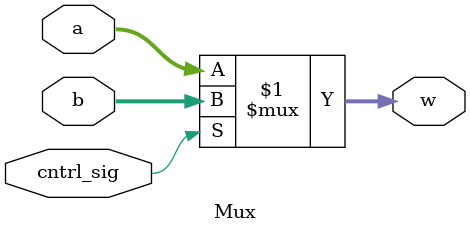
<source format=v>
`timescale 1ns/1ns
module Mux(input cntrl_sig, input [31:0] a, b, output [31:0] w);
    assign w = cntrl_sig ? b : a;
endmodule
</source>
